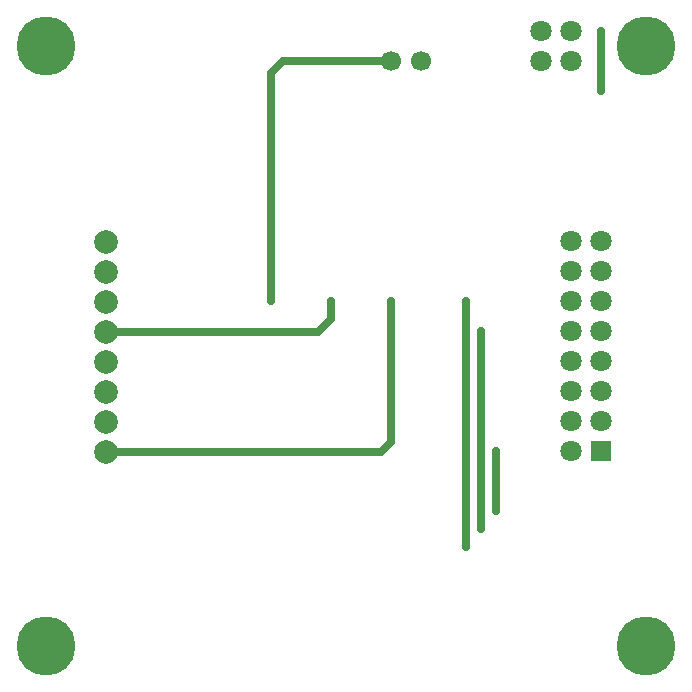
<source format=gbl>
G04 Layer: BottomLayer*
G04 EasyEDA v6.5.32, 2023-07-25 14:04:49*
G04 e29bc2ffff424919aeca0c2d5bcb6023,5a6b42c53f6a479593ecc07194224c93,10*
G04 Gerber Generator version 0.2*
G04 Scale: 100 percent, Rotated: No, Reflected: No *
G04 Dimensions in millimeters *
G04 leading zeros omitted , absolute positions ,4 integer and 5 decimal *
%FSLAX45Y45*%
%MOMM*%

%ADD10C,0.6350*%
%ADD11R,1.8000X1.8000*%
%ADD12C,1.8000*%
%ADD13C,5.0000*%
%ADD14C,2.0000*%
%ADD15C,1.7000*%
%ADD16C,0.6096*%

%LPD*%
D10*
X3937000Y1219200D02*
G01*
X3937000Y3301982D01*
X3936987Y3301994D01*
X4064000Y1371600D02*
G01*
X4064000Y3047982D01*
X4063987Y3047994D01*
X4190987Y1524000D02*
G01*
X4190987Y2031994D01*
X885444Y3043173D02*
G01*
X2687574Y3043173D01*
X2794000Y3149600D01*
X2794000Y3302000D01*
X885421Y2027095D02*
G01*
X3220892Y2027095D01*
X3301992Y2108194D01*
X3301992Y3301992D01*
X5079987Y5588000D02*
G01*
X5079987Y5079987D01*
X2285992Y3301992D02*
G01*
X2285992Y5232387D01*
X2387594Y5333989D01*
X3301989Y5333989D01*
D11*
G01*
X5080000Y2032000D03*
D12*
G01*
X4826000Y2032000D03*
G01*
X5080000Y2286000D03*
G01*
X4826000Y2286000D03*
G01*
X5080000Y2540000D03*
G01*
X4826000Y2540000D03*
G01*
X5080000Y2794000D03*
G01*
X4826000Y2794000D03*
G01*
X5080000Y3048000D03*
G01*
X4826000Y3048000D03*
G01*
X5080000Y3302000D03*
G01*
X4826000Y3302000D03*
G01*
X5080000Y3556000D03*
G01*
X4826000Y3556000D03*
G01*
X5080000Y3810000D03*
G01*
X4826000Y3810000D03*
D13*
G01*
X381000Y5461000D03*
G01*
X5461000Y5461000D03*
G01*
X5461000Y381000D03*
G01*
X381000Y381000D03*
D14*
G01*
X885418Y3805097D03*
G01*
X885418Y3551097D03*
G01*
X885418Y3297097D03*
G01*
X885418Y3043097D03*
G01*
X885418Y2789097D03*
G01*
X885418Y2535097D03*
G01*
X885418Y2281097D03*
G01*
X885418Y2027097D03*
D15*
G01*
X3556000Y5334000D03*
G01*
X3302000Y5334000D03*
D12*
G01*
X4826000Y5588000D03*
G01*
X4826000Y5334000D03*
G01*
X4572000Y5334000D03*
G01*
X4572000Y5588000D03*
D16*
G01*
X2794000Y3302000D03*
G01*
X3302000Y3302000D03*
G01*
X2286000Y3302000D03*
G01*
X5080000Y5588000D03*
G01*
X5080000Y5079974D03*
G01*
X4191000Y1524000D03*
G01*
X4191000Y2032000D03*
G01*
X4064000Y1371600D03*
G01*
X4064000Y3048000D03*
G01*
X3937000Y1219200D03*
G01*
X3937000Y3302000D03*
M02*

</source>
